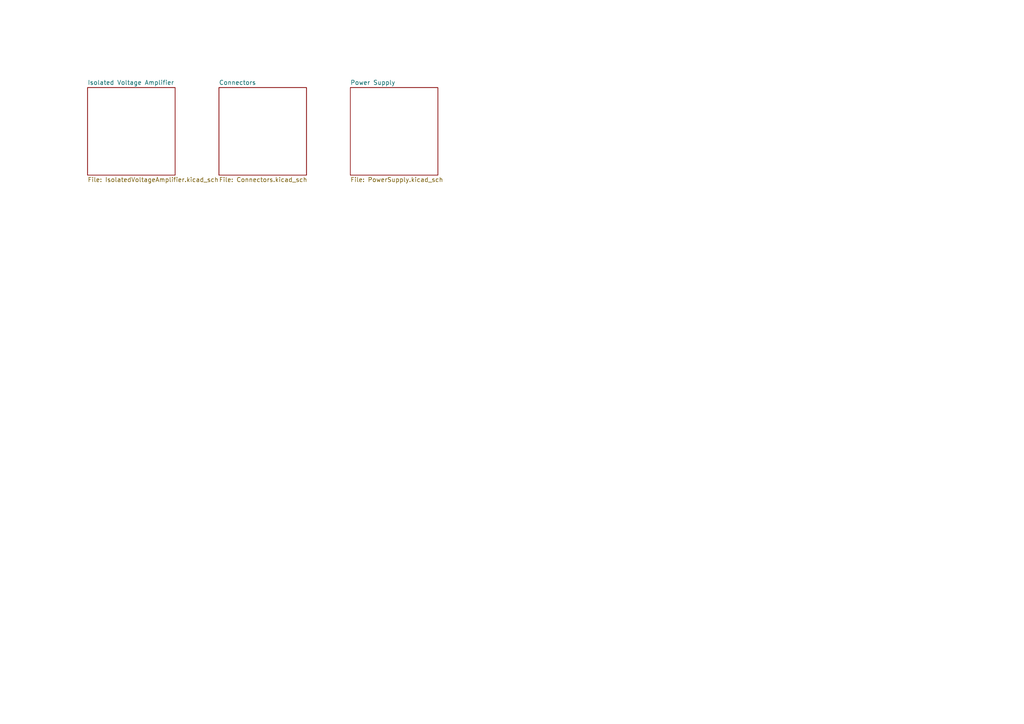
<source format=kicad_sch>
(kicad_sch
	(version 20250114)
	(generator "eeschema")
	(generator_version "9.0")
	(uuid "0edb41a8-4baa-4afb-ba60-927cd1e93872")
	(paper "A4")
	(lib_symbols)
	(sheet
		(at 63.5 25.4)
		(size 25.4 25.4)
		(exclude_from_sim no)
		(in_bom yes)
		(on_board yes)
		(dnp no)
		(fields_autoplaced yes)
		(stroke
			(width 0.1524)
			(type solid)
		)
		(fill
			(color 0 0 0 0.0000)
		)
		(uuid "126ed281-1ee4-4b84-b60e-6586e464e5cd")
		(property "Sheetname" "Connectors"
			(at 63.5 24.6884 0)
			(effects
				(font
					(size 1.27 1.27)
				)
				(justify left bottom)
			)
		)
		(property "Sheetfile" "Connectors.kicad_sch"
			(at 63.5 51.3846 0)
			(effects
				(font
					(size 1.27 1.27)
				)
				(justify left top)
			)
		)
		(instances
			(project "IsolatedVoltageSensor"
				(path "/0edb41a8-4baa-4afb-ba60-927cd1e93872"
					(page "2")
				)
			)
		)
	)
	(sheet
		(at 25.4 25.4)
		(size 25.4 25.4)
		(exclude_from_sim no)
		(in_bom yes)
		(on_board yes)
		(dnp no)
		(fields_autoplaced yes)
		(stroke
			(width 0.1524)
			(type solid)
		)
		(fill
			(color 0 0 0 0.0000)
		)
		(uuid "dbade7ce-68ff-4e0a-8cd5-6eb2c94416ec")
		(property "Sheetname" "Isolated Voltage Amplifier"
			(at 25.4 24.6884 0)
			(effects
				(font
					(size 1.27 1.27)
				)
				(justify left bottom)
			)
		)
		(property "Sheetfile" "IsolatedVoltageAmplifier.kicad_sch"
			(at 25.4 51.3846 0)
			(effects
				(font
					(size 1.27 1.27)
				)
				(justify left top)
			)
		)
		(instances
			(project "IsolatedVoltageSensor"
				(path "/0edb41a8-4baa-4afb-ba60-927cd1e93872"
					(page "3")
				)
			)
		)
	)
	(sheet
		(at 101.6 25.4)
		(size 25.4 25.4)
		(exclude_from_sim no)
		(in_bom yes)
		(on_board yes)
		(dnp no)
		(fields_autoplaced yes)
		(stroke
			(width 0.1524)
			(type solid)
		)
		(fill
			(color 0 0 0 0.0000)
		)
		(uuid "ff8cdae1-5def-4453-af24-1d82e1ba1fe1")
		(property "Sheetname" "Power Supply"
			(at 101.6 24.6884 0)
			(effects
				(font
					(size 1.27 1.27)
				)
				(justify left bottom)
			)
		)
		(property "Sheetfile" "PowerSupply.kicad_sch"
			(at 101.6 51.3846 0)
			(effects
				(font
					(size 1.27 1.27)
				)
				(justify left top)
			)
		)
		(instances
			(project "IsolatedVoltageSensor"
				(path "/0edb41a8-4baa-4afb-ba60-927cd1e93872"
					(page "4")
				)
			)
		)
	)
	(sheet_instances
		(path "/"
			(page "1")
		)
	)
	(embedded_fonts no)
)

</source>
